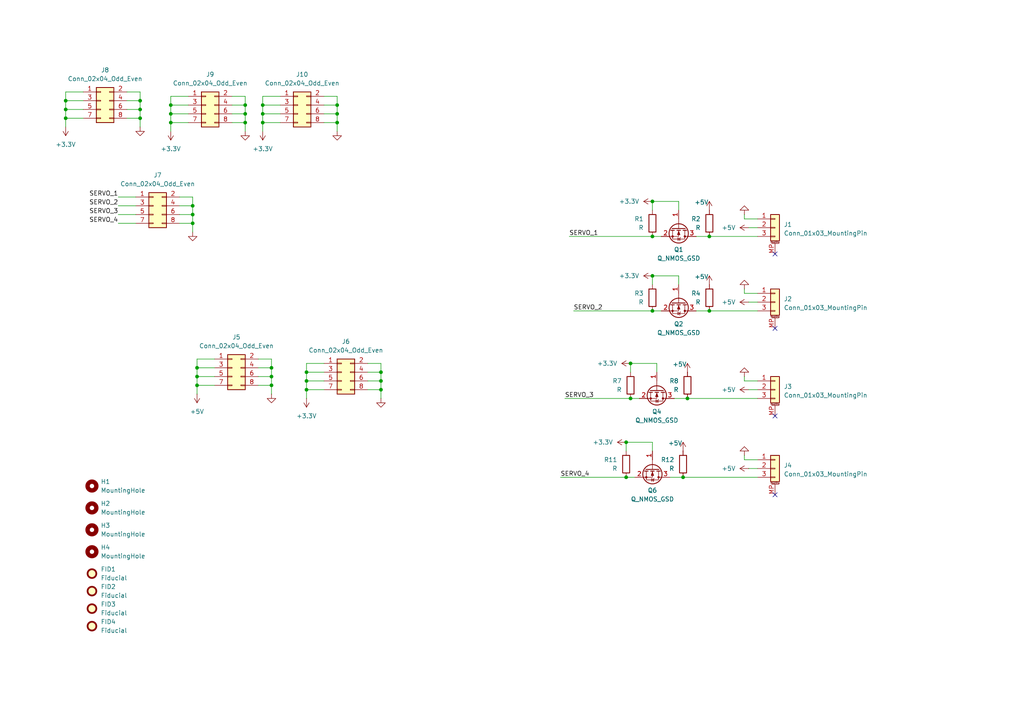
<source format=kicad_sch>
(kicad_sch (version 20231120) (generator "eeschema") (generator_version "8.0")
  (paper "A4")
  (lib_symbols
    (symbol "Connector_Generic:Conn_02x04_Odd_Even" (pin_names (offset 1.016) hide)
      (property "Reference" "J" (at 1.27 5.08 0))
      (property "Value" "Conn_02x04_Odd_Even" (at 1.27 -7.62 0))
      (symbol "Conn_02x04_Odd_Even_1_1"
        (rectangle (start -1.27 -4.953) (end 0 -5.207) (stroke (width 0.1524)))
        (rectangle (start -1.27 -2.413) (end 0 -2.667) (stroke (width 0.1524)))
        (rectangle (start -1.27 0.127) (end 0 -0.127) (stroke (width 0.1524)))
        (rectangle (start -1.27 2.667) (end 0 2.413) (stroke (width 0.1524)))
        (rectangle (start -1.27 3.81) (end 3.81 -6.35) (stroke (width 0.254)) (fill (type background)))
        (rectangle (start 3.81 -4.953) (end 2.54 -5.207) (stroke (width 0.1524)))
        (rectangle (start 3.81 -2.413) (end 2.54 -2.667) (stroke (width 0.1524)))
        (rectangle (start 3.81 0.127) (end 2.54 -0.127) (stroke (width 0.1524)))
        (rectangle (start 3.81 2.667) (end 2.54 2.413) (stroke (width 0.1524)))
        (pin passive line (at -5.08 2.54 0) (length 3.81) (name "Pin_1") (number "1"))
        (pin passive line (at 7.62 2.54 180) (length 3.81) (name "Pin_2") (number "2"))
        (pin passive line (at -5.08 0 0) (length 3.81) (name "Pin_3") (number "3"))
        (pin passive line (at 7.62 0 180) (length 3.81) (name "Pin_4") (number "4"))
        (pin passive line (at -5.08 -2.54 0) (length 3.81) (name "Pin_5") (number "5"))
        (pin passive line (at 7.62 -2.54 180) (length 3.81) (name "Pin_6") (number "6"))
        (pin passive line (at -5.08 -5.08 0) (length 3.81) (name "Pin_7") (number "7"))
        (pin passive line (at 7.62 -5.08 180) (length 3.81) (name "Pin_8") (number "8"))
      )
    )
    (symbol "Connector_Generic_MountingPin:Conn_01x03_MountingPin" (pin_names (offset 1.016) hide)
      (property "Reference" "J" (at 0 5.08 0))
      (property "Value" "Conn_01x03_MountingPin" (at 1.27 -5.08 0))
      (symbol "Conn_01x03_MountingPin_1_1"
        (rectangle (start -1.27 -2.413) (end 0 -2.667) (stroke (width 0.1524)))
        (rectangle (start -1.27 0.127) (end 0 -0.127) (stroke (width 0.1524)))
        (rectangle (start -1.27 2.667) (end 0 2.413) (stroke (width 0.1524)))
        (rectangle (start -1.27 3.81) (end 1.27 -3.81) (stroke (width 0.254)) (fill (type background)))
        (polyline (pts (xy -1.016 -4.572) (xy 1.016 -4.572)) (stroke (width 0.1524)))
        (text "Mounting" (at 0 -4.191 0) (effects (font (size 0.381 0.381))))
        (pin passive line (at -5.08 2.54 0) (length 3.81) (name "Pin_1") (number "1"))
        (pin passive line (at -5.08 0 0) (length 3.81) (name "Pin_2") (number "2"))
        (pin passive line (at -5.08 -2.54 0) (length 3.81) (name "Pin_3") (number "3"))
        (pin passive line (at 0 -7.62 90) (length 3.048) (name "MountPin") (number "MP"))
      )
    )
    (symbol "Device:Q_NMOS_GSD" (pin_names (offset 0) hide)
      (property "Reference" "Q" (at 5.08 1.27 0))
      (property "Value" "Q_NMOS_GSD" (at 5.08 -1.27 0))
      (symbol "Q_NMOS_GSD_0_1"
        (polyline (pts (xy 0.254 0) (xy -2.54 0)))
        (polyline (pts (xy 0.254 1.905) (xy 0.254 -1.905)) (stroke (width 0.254)))
        (polyline (pts (xy 0.762 -1.27) (xy 0.762 -2.286)) (stroke (width 0.254)))
        (polyline (pts (xy 0.762 0.508) (xy 0.762 -0.508)) (stroke (width 0.254)))
        (polyline (pts (xy 0.762 2.286) (xy 0.762 1.27)) (stroke (width 0.254)))
        (polyline (pts (xy 2.54 2.54) (xy 2.54 1.778)))
        (polyline (pts (xy 2.54 -2.54) (xy 2.54 0) (xy 0.762 0)))
        (polyline (pts (xy 0.762 -1.778) (xy 3.302 -1.778) (xy 3.302 1.778) (xy 0.762 1.778)))
        (polyline (pts (xy 1.016 0) (xy 2.032 0.381) (xy 2.032 -0.381) (xy 1.016 0)) (fill (type outline)))
        (polyline (pts (xy 2.794 0.508) (xy 2.921 0.381) (xy 3.683 0.381) (xy 3.81 0.254)))
        (polyline (pts (xy 3.302 0.381) (xy 2.921 -0.254) (xy 3.683 -0.254) (xy 3.302 0.381)))
        (circle (center 1.651 0) (radius 2.794) (stroke (width 0.254)))
        (circle (center 2.54 -1.778) (radius 0.254) (fill (type outline)))
        (circle (center 2.54 1.778) (radius 0.254) (fill (type outline)))
      )
      (symbol "Q_NMOS_GSD_1_1"
        (pin input line (at -5.08 0 0) (length 2.54) (name "G") (number "1"))
        (pin passive line (at 2.54 -5.08 90) (length 2.54) (name "S") (number "2"))
        (pin passive line (at 2.54 5.08 270) (length 2.54) (name "D") (number "3"))
      )
    )
    (symbol "Device:R" (pin_numbers hide) (pin_names (offset 0))
      (property "Reference" "R" (at 2.032 0 90))
      (property "Value" "R" (at 0 0 90))
      (symbol "R_0_1"
        (rectangle (start -1.016 -2.54) (end 1.016 2.54) (stroke (width 0.254)))
      )
      (symbol "R_1_1"
        (pin passive line (at 0 3.81 270) (length 1.27) (name "~") (number "1"))
        (pin passive line (at 0 -3.81 90) (length 1.27) (name "~") (number "2"))
      )
    )
    (symbol "Mechanical:Fiducial" (exclude_from_sim yes) (in_bom no)
      (property "Reference" "FID" (at 0 5.08 0))
      (property "Value" "Fiducial" (at 0 3.175 0))
      (symbol "Fiducial_0_1"
        (circle (center 0 0) (radius 1.27) (stroke (width 0.508)) (fill (type background)))
      )
    )
    (symbol "Mechanical:MountingHole" (pin_names (offset 1.016)) (exclude_from_sim yes) (in_bom no)
      (property "Reference" "H" (at 0 5.08 0))
      (property "Value" "MountingHole" (at 0 3.175 0))
      (symbol "MountingHole_0_1"
        (circle (center 0 0) (radius 1.27) (stroke (width 1.27)))
      )
    )
    (symbol "power:+3.3V" (power) (pin_numbers hide) (pin_names (offset 0) hide)
      (property "Value" "+3.3V" (at 0 3.556 0))
      (symbol "+3.3V_0_1"
        (polyline (pts (xy -0.762 1.27) (xy 0 2.54)))
        (polyline (pts (xy 0 0) (xy 0 2.54)))
        (polyline (pts (xy 0 2.54) (xy 0.762 1.27)))
      )
      (symbol "+3.3V_1_1"
        (pin power_in line (at 0 0 90) (length 0) (name "~") (number "1"))
      )
    )
    (symbol "power:+5V" (power) (pin_numbers hide) (pin_names (offset 0) hide)
      (property "Value" "+5V" (at 0 3.556 0))
      (symbol "+5V_0_1"
        (polyline (pts (xy -0.762 1.27) (xy 0 2.54)))
        (polyline (pts (xy 0 0) (xy 0 2.54)))
        (polyline (pts (xy 0 2.54) (xy 0.762 1.27)))
      )
      (symbol "+5V_1_1"
        (pin power_in line (at 0 0 90) (length 0) (name "~") (number "1"))
      )
    )
    (symbol "power:GND" (power) (pin_numbers hide) (pin_names (offset 0) hide)
      (property "Value" "GND" (at 0 -3.81 0))
      (symbol "GND_0_1"
        (polyline (pts (xy 0 0) (xy 0 -1.27) (xy 1.27 -1.27) (xy 0 -2.54) (xy -1.27 -1.27) (xy 0 -1.27)))
      )
      (symbol "GND_1_1"
        (pin power_in line (at 0 0 270) (length 0) (name "~") (number "1"))
      )
    )
  )
  (junction (at 19.05 34.29))
  (junction (at 88.9 110.49))
  (junction (at 55.88 64.77))
  (junction (at 78.74 111.76))
  (junction (at 189.23 58.42))
  (junction (at 49.53 33.02))
  (junction (at 76.2 33.02))
  (junction (at 40.64 29.21))
  (junction (at 189.23 90.17))
  (junction (at 78.74 109.22))
  (junction (at 189.23 80.01))
  (junction (at 97.79 33.02))
  (junction (at 182.88 115.57))
  (junction (at 88.9 113.03))
  (junction (at 76.2 35.56))
  (junction (at 55.88 59.69))
  (junction (at 40.64 31.75))
  (junction (at 57.15 111.76))
  (junction (at 19.05 29.21))
  (junction (at 205.74 90.17))
  (junction (at 49.53 30.48))
  (junction (at 19.05 31.75))
  (junction (at 49.53 35.56))
  (junction (at 71.12 35.56))
  (junction (at 78.74 106.68))
  (junction (at 110.49 113.03))
  (junction (at 198.12 138.43))
  (junction (at 205.74 68.58))
  (junction (at 57.15 109.22))
  (junction (at 76.2 30.48))
  (junction (at 97.79 35.56))
  (junction (at 57.15 106.68))
  (junction (at 199.39 115.57))
  (junction (at 71.12 33.02))
  (junction (at 40.64 34.29))
  (junction (at 71.12 30.48))
  (junction (at 181.61 138.43))
  (junction (at 189.23 68.58))
  (junction (at 182.88 105.41))
  (junction (at 55.88 62.23))
  (junction (at 110.49 107.95))
  (junction (at 110.49 110.49))
  (junction (at 97.79 30.48))
  (junction (at 88.9 107.95))
  (junction (at 181.61 128.27))
  (no_connect (at 224.79 143.51))
  (no_connect (at 224.79 95.25))
  (no_connect (at 224.79 120.65))
  (no_connect (at 224.79 73.66))
  (wire (pts (xy 106.68 110.49) (xy 110.49 110.49)))
  (wire (pts (xy 163.83 115.57) (xy 182.88 115.57)))
  (wire (pts (xy 196.85 58.42) (xy 196.85 60.96)))
  (wire (pts (xy 162.56 138.43) (xy 181.61 138.43)))
  (wire (pts (xy 205.74 90.17) (xy 219.71 90.17)))
  (wire (pts (xy 76.2 33.02) (xy 76.2 35.56)))
  (wire (pts (xy 88.9 105.41) (xy 88.9 107.95)))
  (wire (pts (xy 219.71 63.5) (xy 215.9 63.5)))
  (wire (pts (xy 78.74 111.76) (xy 78.74 114.3)))
  (wire (pts (xy 74.93 106.68) (xy 78.74 106.68)))
  (wire (pts (xy 55.88 62.23) (xy 55.88 64.77)))
  (wire (pts (xy 97.79 30.48) (xy 97.79 33.02)))
  (wire (pts (xy 97.79 35.56) (xy 97.79 38.1)))
  (wire (pts (xy 40.64 34.29) (xy 40.64 36.83)))
  (wire (pts (xy 196.85 58.42) (xy 189.23 58.42)))
  (wire (pts (xy 219.71 133.35) (xy 215.9 133.35)))
  (wire (pts (xy 76.2 30.48) (xy 76.2 33.02)))
  (wire (pts (xy 39.37 64.77) (xy 34.29 64.77)))
  (wire (pts (xy 19.05 26.67) (xy 19.05 29.21)))
  (wire (pts (xy 166.37 90.17) (xy 189.23 90.17)))
  (wire (pts (xy 205.74 68.58) (xy 219.71 68.58)))
  (wire (pts (xy 88.9 110.49) (xy 88.9 113.03)))
  (wire (pts (xy 93.98 33.02) (xy 97.79 33.02)))
  (wire (pts (xy 54.61 33.02) (xy 49.53 33.02)))
  (wire (pts (xy 93.98 35.56) (xy 97.79 35.56)))
  (wire (pts (xy 190.5 105.41) (xy 190.5 107.95)))
  (wire (pts (xy 189.23 60.96) (xy 189.23 58.42)))
  (wire (pts (xy 215.9 85.09) (xy 215.9 83.82)))
  (wire (pts (xy 110.49 110.49) (xy 110.49 113.03)))
  (wire (pts (xy 106.68 113.03) (xy 110.49 113.03)))
  (wire (pts (xy 19.05 34.29) (xy 19.05 36.83)))
  (wire (pts (xy 24.13 26.67) (xy 19.05 26.67)))
  (wire (pts (xy 215.9 133.35) (xy 215.9 132.08)))
  (wire (pts (xy 97.79 27.94) (xy 97.79 30.48)))
  (wire (pts (xy 24.13 29.21) (xy 19.05 29.21)))
  (wire (pts (xy 62.23 106.68) (xy 57.15 106.68)))
  (wire (pts (xy 217.17 87.63) (xy 219.71 87.63)))
  (wire (pts (xy 76.2 35.56) (xy 76.2 38.1)))
  (wire (pts (xy 67.31 33.02) (xy 71.12 33.02)))
  (wire (pts (xy 74.93 109.22) (xy 78.74 109.22)))
  (wire (pts (xy 189.23 128.27) (xy 189.23 130.81)))
  (wire (pts (xy 93.98 30.48) (xy 97.79 30.48)))
  (wire (pts (xy 93.98 107.95) (xy 88.9 107.95)))
  (wire (pts (xy 40.64 26.67) (xy 40.64 29.21)))
  (wire (pts (xy 57.15 109.22) (xy 57.15 111.76)))
  (wire (pts (xy 57.15 106.68) (xy 57.15 109.22)))
  (wire (pts (xy 78.74 109.22) (xy 78.74 111.76)))
  (wire (pts (xy 181.61 138.43) (xy 184.15 138.43)))
  (wire (pts (xy 165.1 68.58) (xy 189.23 68.58)))
  (wire (pts (xy 189.23 68.58) (xy 191.77 68.58)))
  (wire (pts (xy 52.07 62.23) (xy 55.88 62.23)))
  (wire (pts (xy 62.23 104.14) (xy 57.15 104.14)))
  (wire (pts (xy 93.98 113.03) (xy 88.9 113.03)))
  (wire (pts (xy 55.88 59.69) (xy 55.88 62.23)))
  (wire (pts (xy 36.83 34.29) (xy 40.64 34.29)))
  (wire (pts (xy 182.88 105.41) (xy 190.5 105.41)))
  (wire (pts (xy 71.12 27.94) (xy 71.12 30.48)))
  (wire (pts (xy 93.98 27.94) (xy 97.79 27.94)))
  (wire (pts (xy 67.31 27.94) (xy 71.12 27.94)))
  (wire (pts (xy 55.88 64.77) (xy 55.88 67.31)))
  (wire (pts (xy 106.68 105.41) (xy 110.49 105.41)))
  (wire (pts (xy 36.83 29.21) (xy 40.64 29.21)))
  (wire (pts (xy 199.39 115.57) (xy 219.71 115.57)))
  (wire (pts (xy 24.13 31.75) (xy 19.05 31.75)))
  (wire (pts (xy 54.61 27.94) (xy 49.53 27.94)))
  (wire (pts (xy 74.93 104.14) (xy 78.74 104.14)))
  (wire (pts (xy 52.07 59.69) (xy 55.88 59.69)))
  (wire (pts (xy 182.88 107.95) (xy 182.88 105.41)))
  (wire (pts (xy 36.83 26.67) (xy 40.64 26.67)))
  (wire (pts (xy 195.58 115.57) (xy 199.39 115.57)))
  (wire (pts (xy 67.31 35.56) (xy 71.12 35.56)))
  (wire (pts (xy 110.49 113.03) (xy 110.49 115.57)))
  (wire (pts (xy 36.83 31.75) (xy 40.64 31.75)))
  (wire (pts (xy 52.07 57.15) (xy 55.88 57.15)))
  (wire (pts (xy 106.68 107.95) (xy 110.49 107.95)))
  (wire (pts (xy 54.61 35.56) (xy 49.53 35.56)))
  (wire (pts (xy 57.15 111.76) (xy 57.15 114.3)))
  (wire (pts (xy 49.53 33.02) (xy 49.53 35.56)))
  (wire (pts (xy 201.93 90.17) (xy 205.74 90.17)))
  (wire (pts (xy 196.85 80.01) (xy 196.85 82.55)))
  (wire (pts (xy 52.07 64.77) (xy 55.88 64.77)))
  (wire (pts (xy 62.23 109.22) (xy 57.15 109.22)))
  (wire (pts (xy 198.12 138.43) (xy 194.31 138.43)))
  (wire (pts (xy 76.2 27.94) (xy 76.2 30.48)))
  (wire (pts (xy 215.9 110.49) (xy 215.9 109.22)))
  (wire (pts (xy 81.28 27.94) (xy 76.2 27.94)))
  (wire (pts (xy 88.9 113.03) (xy 88.9 115.57)))
  (wire (pts (xy 217.17 66.04) (xy 219.71 66.04)))
  (wire (pts (xy 57.15 104.14) (xy 57.15 106.68)))
  (wire (pts (xy 93.98 110.49) (xy 88.9 110.49)))
  (wire (pts (xy 81.28 35.56) (xy 76.2 35.56)))
  (wire (pts (xy 93.98 105.41) (xy 88.9 105.41)))
  (wire (pts (xy 88.9 107.95) (xy 88.9 110.49)))
  (wire (pts (xy 62.23 111.76) (xy 57.15 111.76)))
  (wire (pts (xy 81.28 33.02) (xy 76.2 33.02)))
  (wire (pts (xy 54.61 30.48) (xy 49.53 30.48)))
  (wire (pts (xy 181.61 130.81) (xy 181.61 128.27)))
  (wire (pts (xy 97.79 33.02) (xy 97.79 35.56)))
  (wire (pts (xy 219.71 85.09) (xy 215.9 85.09)))
  (wire (pts (xy 39.37 59.69) (xy 34.29 59.69)))
  (wire (pts (xy 110.49 105.41) (xy 110.49 107.95)))
  (wire (pts (xy 217.17 135.89) (xy 219.71 135.89)))
  (wire (pts (xy 196.85 80.01) (xy 189.23 80.01)))
  (wire (pts (xy 182.88 115.57) (xy 185.42 115.57)))
  (wire (pts (xy 189.23 82.55) (xy 189.23 80.01)))
  (wire (pts (xy 71.12 35.56) (xy 71.12 38.1)))
  (wire (pts (xy 19.05 31.75) (xy 19.05 34.29)))
  (wire (pts (xy 189.23 90.17) (xy 191.77 90.17)))
  (wire (pts (xy 74.93 111.76) (xy 78.74 111.76)))
  (wire (pts (xy 198.12 138.43) (xy 219.71 138.43)))
  (wire (pts (xy 40.64 31.75) (xy 40.64 34.29)))
  (wire (pts (xy 181.61 128.27) (xy 189.23 128.27)))
  (wire (pts (xy 71.12 33.02) (xy 71.12 35.56)))
  (wire (pts (xy 39.37 62.23) (xy 34.29 62.23)))
  (wire (pts (xy 40.64 29.21) (xy 40.64 31.75)))
  (wire (pts (xy 217.17 113.03) (xy 219.71 113.03)))
  (wire (pts (xy 110.49 107.95) (xy 110.49 110.49)))
  (wire (pts (xy 78.74 104.14) (xy 78.74 106.68)))
  (wire (pts (xy 67.31 30.48) (xy 71.12 30.48)))
  (wire (pts (xy 19.05 29.21) (xy 19.05 31.75)))
  (wire (pts (xy 201.93 68.58) (xy 205.74 68.58)))
  (wire (pts (xy 49.53 30.48) (xy 49.53 33.02)))
  (wire (pts (xy 49.53 35.56) (xy 49.53 38.1)))
  (wire (pts (xy 39.37 57.15) (xy 34.29 57.15)))
  (wire (pts (xy 71.12 30.48) (xy 71.12 33.02)))
  (wire (pts (xy 215.9 63.5) (xy 215.9 62.23)))
  (wire (pts (xy 24.13 34.29) (xy 19.05 34.29)))
  (wire (pts (xy 78.74 106.68) (xy 78.74 109.22)))
  (wire (pts (xy 81.28 30.48) (xy 76.2 30.48)))
  (wire (pts (xy 49.53 27.94) (xy 49.53 30.48)))
  (wire (pts (xy 219.71 110.49) (xy 215.9 110.49)))
  (wire (pts (xy 55.88 57.15) (xy 55.88 59.69)))
  (label "SERVO_2" (at 166.37 90.17 0))
  (label "SERVO_3" (at 163.83 115.57 0))
  (label "SERVO_1" (at 34.29 57.15 180))
  (label "SERVO_2" (at 34.29 59.69 180))
  (label "SERVO_3" (at 34.29 62.23 180))
  (label "SERVO_4" (at 34.29 64.77 180))
  (label "SERVO_1" (at 165.1 68.58 0))
  (label "SERVO_4" (at 162.56 138.43 0))
  (symbol (lib_id "power:+3.3V") (at 181.61 128.27 90) (mirror x) (unit 1)
    (property "Reference" "#PWR018" (effects (hide yes)))
    (property "Value" "+3.3V" (at 177.8 128.2699 90) (effects (justify left)))
    (property "Description" "Power symbol creates a global label with name \"+3.3V\"" (effects (hide yes)))
  )
  (symbol (lib_id "power:+5V") (at 205.74 60.96 0) (mirror y) (unit 1)
    (property "Reference" "#PWR08" (effects (hide yes)))
    (property "Value" "+5V" (at 203.454 58.674 0))
    (property "Description" "Power symbol creates a global label with name \"+5V\"" (effects (hide yes)))
  )
  (symbol (lib_id "Device:R") (at 205.74 86.36 0) (mirror x) (unit 1)
    (property "Reference" "R4" (at 203.2 85.0899 0) (effects (justify right)))
    (property "Value" "R" (at 203.2 87.6299 0) (effects (justify right)))
    (property "Footprint" "Resistor_SMD:R_0603_1608Metric_Pad0.98x0.95mm_HandSolder" (effects (hide yes)))
    (property "Description" "Resistor" (effects (hide yes)))
  )
  (symbol (lib_id "power:GND") (at 97.79 38.1 0) (unit 1)
    (property "Reference" "#PWR026" (effects (hide yes)))
    (property "Value" "GND" (effects (hide yes)))
    (property "Description" "Power symbol creates a global label with name \"GND\" , ground" (effects (hide yes)))
  )
  (symbol (lib_id "power:+3.3V") (at 88.9 115.57 180) (unit 1)
    (property "Reference" "#PWR016" (effects (hide yes)))
    (property "Value" "+3.3V" (at 88.9 120.65 0))
    (property "Description" "Power symbol creates a global label with name \"+3.3V\"" (effects (hide yes)))
  )
  (symbol (lib_id "power:GND") (at 78.74 114.3 0) (unit 1)
    (property "Reference" "#PWR015" (effects (hide yes)))
    (property "Value" "GND" (effects (hide yes)))
    (property "Description" "Power symbol creates a global label with name \"GND\" , ground" (effects (hide yes)))
  )
  (symbol (lib_id "power:+3.3V") (at 182.88 105.41 90) (mirror x) (unit 1)
    (property "Reference" "#PWR010" (effects (hide yes)))
    (property "Value" "+3.3V" (at 179.07 105.4099 90) (effects (justify left)))
    (property "Description" "Power symbol creates a global label with name \"+3.3V\"" (effects (hide yes)))
  )
  (symbol (lib_id "power:+5V") (at 217.17 135.89 90) (unit 1)
    (property "Reference" "#PWR022" (effects (hide yes)))
    (property "Value" "+5V" (at 211.328 135.89 90))
    (property "Description" "Power symbol creates a global label with name \"+5V\"" (effects (hide yes)))
  )
  (symbol (lib_id "power:+3.3V") (at 76.2 38.1 180) (unit 1)
    (property "Reference" "#PWR025" (effects (hide yes)))
    (property "Value" "+3.3V" (at 76.2 43.18 0))
    (property "Description" "Power symbol creates a global label with name \"+3.3V\"" (effects (hide yes)))
  )
  (symbol (lib_id "power:+5V") (at 198.12 130.81 0) (mirror y) (unit 1)
    (property "Reference" "#PWR020" (effects (hide yes)))
    (property "Value" "+5V" (at 195.834 128.524 0))
    (property "Description" "Power symbol creates a global label with name \"+5V\"" (effects (hide yes)))
  )
  (symbol (lib_id "Connector_Generic_MountingPin:Conn_01x03_MountingPin") (at 224.79 113.03 0) (unit 1)
    (property "Reference" "J3" (at 227.33 112.1155 0) (effects (justify left)))
    (property "Value" "Conn_01x03_MountingPin" (at 227.33 114.6555 0) (effects (justify left)))
    (property "Footprint" "Connector_JST:JST_GH_SM03B-GHS-TB_1x03-1MP_P1.25mm_Horizontal" (effects (hide yes)))
    (property "Description" "Generic connectable mounting pin connector, single row, 01x03, script generated (kicad-library-utils/schlib/autogen/connector/)" (effects (hide yes)))
  )
  (symbol (lib_id "power:+3.3V") (at 19.05 36.83 180) (unit 1)
    (property "Reference" "#PWR019" (effects (hide yes)))
    (property "Value" "+3.3V" (at 19.05 41.91 0))
    (property "Description" "Power symbol creates a global label with name \"+3.3V\"" (effects (hide yes)))
  )
  (symbol (lib_id "Device:R") (at 189.23 64.77 0) (mirror x) (unit 1)
    (property "Reference" "R1" (at 186.69 63.4999 0) (effects (justify right)))
    (property "Value" "R" (at 186.69 66.0399 0) (effects (justify right)))
    (property "Footprint" "Resistor_SMD:R_0603_1608Metric_Pad0.98x0.95mm_HandSolder" (effects (hide yes)))
    (property "Description" "Resistor" (effects (hide yes)))
  )
  (symbol (lib_id "Device:Q_NMOS_GSD") (at 190.5 113.03 270) (unit 1)
    (property "Reference" "Q4" (at 190.5 119.38 90))
    (property "Value" "Q_NMOS_GSD" (at 190.5 121.92 90))
    (property "Footprint" "Package_TO_SOT_SMD:SOT-23-3" (effects (hide yes)))
    (property "Description" "N-MOSFET transistor, gate/source/drain" (effects (hide yes)))
  )
  (symbol (lib_id "Connector_Generic:Conn_02x04_Odd_Even") (at 59.69 30.48 0) (unit 1)
    (property "Reference" "J9" (at 60.96 21.59 0))
    (property "Value" "Conn_02x04_Odd_Even" (at 60.96 24.13 0))
    (property "Footprint" "Connector_PinSocket_2.54mm:PinSocket_2x04_P2.54mm_Vertical_SMD" (effects (hide yes)))
    (property "Description" "Generic connector, double row, 02x04, odd/even pin numbering scheme (row 1 odd numbers, row 2 even numbers), script generated (kicad-library-utils/schlib/autogen/connector/)" (effects (hide yes)))
  )
  (symbol (lib_id "power:GND") (at 215.9 109.22 180) (unit 1)
    (property "Reference" "#PWR07" (effects (hide yes)))
    (property "Value" "GND" (effects (hide yes)))
    (property "Description" "Power symbol creates a global label with name \"GND\" , ground" (effects (hide yes)))
  )
  (symbol (lib_id "Mechanical:Fiducial") (at 26.67 181.61 0) (unit 1) (exclude_from_sim yes) (in_bom no)
    (property "Reference" "FID4" (at 29.21 180.3399 0) (effects (justify left)))
    (property "Value" "Fiducial" (at 29.21 182.8799 0) (effects (justify left)))
    (property "Footprint" "Fiducial:Fiducial_0.5mm_Mask1mm" (effects (hide yes)))
    (property "Description" "Fiducial Marker" (effects (hide yes)))
  )
  (symbol (lib_id "Device:Q_NMOS_GSD") (at 189.23 135.89 270) (unit 1)
    (property "Reference" "Q6" (at 189.23 142.24 90))
    (property "Value" "Q_NMOS_GSD" (at 189.23 144.78 90))
    (property "Footprint" "Package_TO_SOT_SMD:SOT-23-3" (effects (hide yes)))
    (property "Description" "N-MOSFET transistor, gate/source/drain" (effects (hide yes)))
  )
  (symbol (lib_id "Mechanical:MountingHole") (at 26.67 147.32 0) (unit 1) (exclude_from_sim yes) (in_bom no)
    (property "Reference" "H2" (at 29.21 146.0499 0) (effects (justify left)))
    (property "Value" "MountingHole" (at 29.21 148.5899 0) (effects (justify left)))
    (property "Footprint" "MountingHole:MountingHole_2.2mm_M2" (effects (hide yes)))
    (property "Description" "Mounting Hole without connection" (effects (hide yes)))
  )
  (symbol (lib_id "power:GND") (at 215.9 62.23 180) (unit 1)
    (property "Reference" "#PWR013" (effects (hide yes)))
    (property "Value" "GND" (effects (hide yes)))
    (property "Description" "Power symbol creates a global label with name \"GND\" , ground" (effects (hide yes)))
  )
  (symbol (lib_id "Device:R") (at 189.23 86.36 0) (mirror x) (unit 1)
    (property "Reference" "R3" (at 186.69 85.0899 0) (effects (justify right)))
    (property "Value" "R" (at 186.69 87.6299 0) (effects (justify right)))
    (property "Footprint" "Resistor_SMD:R_0603_1608Metric_Pad0.98x0.95mm_HandSolder" (effects (hide yes)))
    (property "Description" "Resistor" (effects (hide yes)))
  )
  (symbol (lib_id "power:+5V") (at 205.74 82.55 0) (mirror y) (unit 1)
    (property "Reference" "#PWR04" (effects (hide yes)))
    (property "Value" "+5V" (at 203.454 80.264 0))
    (property "Description" "Power symbol creates a global label with name \"+5V\"" (effects (hide yes)))
  )
  (symbol (lib_id "Device:R") (at 182.88 111.76 0) (mirror x) (unit 1)
    (property "Reference" "R7" (at 180.34 110.4899 0) (effects (justify right)))
    (property "Value" "R" (at 180.34 113.0299 0) (effects (justify right)))
    (property "Footprint" "Resistor_SMD:R_0603_1608Metric_Pad0.98x0.95mm_HandSolder" (effects (hide yes)))
    (property "Description" "Resistor" (effects (hide yes)))
  )
  (symbol (lib_id "Connector_Generic:Conn_02x04_Odd_Even") (at 29.21 29.21 0) (unit 1)
    (property "Reference" "J8" (at 30.48 20.32 0))
    (property "Value" "Conn_02x04_Odd_Even" (at 30.48 22.86 0))
    (property "Footprint" "Connector_PinSocket_2.54mm:PinSocket_2x04_P2.54mm_Vertical_SMD" (effects (hide yes)))
    (property "Description" "Generic connector, double row, 02x04, odd/even pin numbering scheme (row 1 odd numbers, row 2 even numbers), script generated (kicad-library-utils/schlib/autogen/connector/)" (effects (hide yes)))
  )
  (symbol (lib_id "Connector_Generic:Conn_02x04_Odd_Even") (at 99.06 107.95 0) (unit 1)
    (property "Reference" "J6" (at 100.33 99.06 0))
    (property "Value" "Conn_02x04_Odd_Even" (at 100.33 101.6 0))
    (property "Footprint" "Connector_PinSocket_2.54mm:PinSocket_2x04_P2.54mm_Vertical_SMD" (effects (hide yes)))
    (property "Description" "Generic connector, double row, 02x04, odd/even pin numbering scheme (row 1 odd numbers, row 2 even numbers), script generated (kicad-library-utils/schlib/autogen/connector/)" (effects (hide yes)))
  )
  (symbol (lib_id "Mechanical:Fiducial") (at 26.67 171.45 0) (unit 1) (exclude_from_sim yes) (in_bom no)
    (property "Reference" "FID2" (at 29.21 170.1799 0) (effects (justify left)))
    (property "Value" "Fiducial" (at 29.21 172.7199 0) (effects (justify left)))
    (property "Footprint" "Fiducial:Fiducial_0.5mm_Mask1mm" (effects (hide yes)))
    (property "Description" "Fiducial Marker" (effects (hide yes)))
  )
  (symbol (lib_id "power:+5V") (at 57.15 114.3 180) (unit 1)
    (property "Reference" "#PWR014" (effects (hide yes)))
    (property "Value" "+5V" (at 57.15 119.38 0))
    (property "Description" "Power symbol creates a global label with name \"+5V\"" (effects (hide yes)))
  )
  (symbol (lib_id "power:GND") (at 71.12 38.1 0) (unit 1)
    (property "Reference" "#PWR024" (effects (hide yes)))
    (property "Value" "GND" (effects (hide yes)))
    (property "Description" "Power symbol creates a global label with name \"GND\" , ground" (effects (hide yes)))
  )
  (symbol (lib_id "power:+5V") (at 217.17 113.03 90) (unit 1)
    (property "Reference" "#PWR01" (effects (hide yes)))
    (property "Value" "+5V" (at 211.328 113.03 90))
    (property "Description" "Power symbol creates a global label with name \"+5V\"" (effects (hide yes)))
  )
  (symbol (lib_id "Connector_Generic:Conn_02x04_Odd_Even") (at 86.36 30.48 0) (unit 1)
    (property "Reference" "J10" (at 87.63 21.59 0))
    (property "Value" "Conn_02x04_Odd_Even" (at 87.63 24.13 0))
    (property "Footprint" "Connector_PinSocket_2.54mm:PinSocket_2x04_P2.54mm_Vertical_SMD" (effects (hide yes)))
    (property "Description" "Generic connector, double row, 02x04, odd/even pin numbering scheme (row 1 odd numbers, row 2 even numbers), script generated (kicad-library-utils/schlib/autogen/connector/)" (effects (hide yes)))
  )
  (symbol (lib_id "Device:R") (at 199.39 111.76 0) (mirror x) (unit 1)
    (property "Reference" "R8" (at 196.85 110.4899 0) (effects (justify right)))
    (property "Value" "R" (at 196.85 113.0299 0) (effects (justify right)))
    (property "Footprint" "Resistor_SMD:R_0603_1608Metric_Pad0.98x0.95mm_HandSolder" (effects (hide yes)))
    (property "Description" "Resistor" (effects (hide yes)))
  )
  (symbol (lib_id "Mechanical:MountingHole") (at 26.67 153.67 0) (unit 1) (exclude_from_sim yes) (in_bom no)
    (property "Reference" "H3" (at 29.21 152.3999 0) (effects (justify left)))
    (property "Value" "MountingHole" (at 29.21 154.9399 0) (effects (justify left)))
    (property "Footprint" "MountingHole:MountingHole_2.2mm_M2" (effects (hide yes)))
    (property "Description" "Mounting Hole without connection" (effects (hide yes)))
  )
  (symbol (lib_id "Device:R") (at 205.74 64.77 0) (mirror x) (unit 1)
    (property "Reference" "R2" (at 203.2 63.4999 0) (effects (justify right)))
    (property "Value" "R" (at 203.2 66.0399 0) (effects (justify right)))
    (property "Footprint" "Resistor_SMD:R_0603_1608Metric_Pad0.98x0.95mm_HandSolder" (effects (hide yes)))
    (property "Description" "Resistor" (effects (hide yes)))
  )
  (symbol (lib_id "Device:R") (at 198.12 134.62 0) (mirror x) (unit 1)
    (property "Reference" "R12" (at 195.58 133.3499 0) (effects (justify right)))
    (property "Value" "R" (at 195.58 135.8899 0) (effects (justify right)))
    (property "Footprint" "Resistor_SMD:R_0603_1608Metric_Pad0.98x0.95mm_HandSolder" (effects (hide yes)))
    (property "Description" "Resistor" (effects (hide yes)))
  )
  (symbol (lib_id "Mechanical:Fiducial") (at 26.67 166.37 0) (unit 1) (exclude_from_sim yes) (in_bom no)
    (property "Reference" "FID1" (at 29.21 165.0999 0) (effects (justify left)))
    (property "Value" "Fiducial" (at 29.21 167.6399 0) (effects (justify left)))
    (property "Footprint" "Fiducial:Fiducial_0.5mm_Mask1mm" (effects (hide yes)))
    (property "Description" "Fiducial Marker" (effects (hide yes)))
  )
  (symbol (lib_id "Connector_Generic:Conn_02x04_Odd_Even") (at 67.31 106.68 0) (unit 1)
    (property "Reference" "J5" (at 68.58 97.79 0))
    (property "Value" "Conn_02x04_Odd_Even" (at 68.58 100.33 0))
    (property "Footprint" "Connector_PinSocket_2.54mm:PinSocket_2x04_P2.54mm_Vertical_SMD" (effects (hide yes)))
    (property "Description" "Generic connector, double row, 02x04, odd/even pin numbering scheme (row 1 odd numbers, row 2 even numbers), script generated (kicad-library-utils/schlib/autogen/connector/)" (effects (hide yes)))
  )
  (symbol (lib_id "power:GND") (at 55.88 67.31 0) (unit 1)
    (property "Reference" "#PWR028" (effects (hide yes)))
    (property "Value" "GND" (effects (hide yes)))
    (property "Description" "Power symbol creates a global label with name \"GND\" , ground" (effects (hide yes)))
  )
  (symbol (lib_id "Connector_Generic:Conn_02x04_Odd_Even") (at 44.45 59.69 0) (unit 1)
    (property "Reference" "J7" (at 45.72 50.8 0))
    (property "Value" "Conn_02x04_Odd_Even" (at 45.72 53.34 0))
    (property "Footprint" "Connector_PinSocket_2.54mm:PinSocket_2x04_P2.54mm_Vertical_SMD" (effects (hide yes)))
    (property "Description" "Generic connector, double row, 02x04, odd/even pin numbering scheme (row 1 odd numbers, row 2 even numbers), script generated (kicad-library-utils/schlib/autogen/connector/)" (effects (hide yes)))
  )
  (symbol (lib_id "Device:Q_NMOS_GSD") (at 196.85 87.63 270) (unit 1)
    (property "Reference" "Q2" (at 196.85 93.98 90))
    (property "Value" "Q_NMOS_GSD" (at 196.85 96.52 90))
    (property "Footprint" "Package_TO_SOT_SMD:SOT-23-3" (effects (hide yes)))
    (property "Description" "N-MOSFET transistor, gate/source/drain" (effects (hide yes)))
  )
  (symbol (lib_id "Mechanical:MountingHole") (at 26.67 160.02 0) (unit 1) (exclude_from_sim yes) (in_bom no)
    (property "Reference" "H4" (at 29.21 158.7499 0) (effects (justify left)))
    (property "Value" "MountingHole" (at 29.21 161.2899 0) (effects (justify left)))
    (property "Footprint" "MountingHole:MountingHole_2.2mm_M2" (effects (hide yes)))
    (property "Description" "Mounting Hole without connection" (effects (hide yes)))
  )
  (symbol (lib_id "power:GND") (at 40.64 36.83 0) (unit 1)
    (property "Reference" "#PWR021" (effects (hide yes)))
    (property "Value" "GND" (effects (hide yes)))
    (property "Description" "Power symbol creates a global label with name \"GND\" , ground" (effects (hide yes)))
  )
  (symbol (lib_id "power:GND") (at 215.9 132.08 180) (unit 1)
    (property "Reference" "#PWR09" (effects (hide yes)))
    (property "Value" "GND" (effects (hide yes)))
    (property "Description" "Power symbol creates a global label with name \"GND\" , ground" (effects (hide yes)))
  )
  (symbol (lib_id "Device:R") (at 181.61 134.62 0) (mirror x) (unit 1)
    (property "Reference" "R11" (at 179.07 133.3499 0) (effects (justify right)))
    (property "Value" "R" (at 179.07 135.8899 0) (effects (justify right)))
    (property "Footprint" "Resistor_SMD:R_0603_1608Metric_Pad0.98x0.95mm_HandSolder" (effects (hide yes)))
    (property "Description" "Resistor" (effects (hide yes)))
  )
  (symbol (lib_id "Connector_Generic_MountingPin:Conn_01x03_MountingPin") (at 224.79 87.63 0) (unit 1)
    (property "Reference" "J2" (at 227.33 86.7155 0) (effects (justify left)))
    (property "Value" "Conn_01x03_MountingPin" (at 227.33 89.2555 0) (effects (justify left)))
    (property "Footprint" "Connector_JST:JST_GH_SM03B-GHS-TB_1x03-1MP_P1.25mm_Horizontal" (effects (hide yes)))
    (property "Description" "Generic connectable mounting pin connector, single row, 01x03, script generated (kicad-library-utils/schlib/autogen/connector/)" (effects (hide yes)))
  )
  (symbol (lib_id "Mechanical:Fiducial") (at 26.67 176.53 0) (unit 1) (exclude_from_sim yes) (in_bom no)
    (property "Reference" "FID3" (at 29.21 175.2599 0) (effects (justify left)))
    (property "Value" "Fiducial" (at 29.21 177.7999 0) (effects (justify left)))
    (property "Footprint" "Fiducial:Fiducial_0.5mm_Mask1mm" (effects (hide yes)))
    (property "Description" "Fiducial Marker" (effects (hide yes)))
  )
  (symbol (lib_id "Device:Q_NMOS_GSD") (at 196.85 66.04 270) (unit 1)
    (property "Reference" "Q1" (at 196.85 72.39 90))
    (property "Value" "Q_NMOS_GSD" (at 196.85 74.93 90))
    (property "Footprint" "Package_TO_SOT_SMD:SOT-23-3" (effects (hide yes)))
    (property "Description" "N-MOSFET transistor, gate/source/drain" (effects (hide yes)))
  )
  (symbol (lib_id "power:+3.3V") (at 49.53 38.1 180) (unit 1)
    (property "Reference" "#PWR023" (effects (hide yes)))
    (property "Value" "+3.3V" (at 49.53 43.18 0))
    (property "Description" "Power symbol creates a global label with name \"+3.3V\"" (effects (hide yes)))
  )
  (symbol (lib_id "Connector_Generic_MountingPin:Conn_01x03_MountingPin") (at 224.79 135.89 0) (unit 1)
    (property "Reference" "J4" (at 227.33 134.9755 0) (effects (justify left)))
    (property "Value" "Conn_01x03_MountingPin" (at 227.33 137.5155 0) (effects (justify left)))
    (property "Footprint" "Connector_JST:JST_GH_SM03B-GHS-TB_1x03-1MP_P1.25mm_Horizontal" (effects (hide yes)))
    (property "Description" "Generic connectable mounting pin connector, single row, 01x03, script generated (kicad-library-utils/schlib/autogen/connector/)" (effects (hide yes)))
  )
  (symbol (lib_id "Connector_Generic_MountingPin:Conn_01x03_MountingPin") (at 224.79 66.04 0) (unit 1)
    (property "Reference" "J1" (at 227.33 65.1255 0) (effects (justify left)))
    (property "Value" "Conn_01x03_MountingPin" (at 227.33 67.6655 0) (effects (justify left)))
    (property "Footprint" "Connector_JST:JST_GH_SM03B-GHS-TB_1x03-1MP_P1.25mm_Horizontal" (effects (hide yes)))
    (property "Description" "Generic connectable mounting pin connector, single row, 01x03, script generated (kicad-library-utils/schlib/autogen/connector/)" (effects (hide yes)))
  )
  (symbol (lib_id "power:+5V") (at 217.17 66.04 90) (unit 1)
    (property "Reference" "#PWR05" (effects (hide yes)))
    (property "Value" "+5V" (at 211.328 66.04 90))
    (property "Description" "Power symbol creates a global label with name \"+5V\"" (effects (hide yes)))
  )
  (symbol (lib_id "power:GND") (at 110.49 115.57 0) (unit 1)
    (property "Reference" "#PWR017" (effects (hide yes)))
    (property "Value" "GND" (effects (hide yes)))
    (property "Description" "Power symbol creates a global label with name \"GND\" , ground" (effects (hide yes)))
  )
  (symbol (lib_id "power:+3.3V") (at 189.23 58.42 90) (mirror x) (unit 1)
    (property "Reference" "#PWR06" (effects (hide yes)))
    (property "Value" "+3.3V" (at 185.42 58.4199 90) (effects (justify left)))
    (property "Description" "Power symbol creates a global label with name \"+3.3V\"" (effects (hide yes)))
  )
  (symbol (lib_id "Mechanical:MountingHole") (at 26.67 140.97 0) (unit 1) (exclude_from_sim yes) (in_bom no)
    (property "Reference" "H1" (at 29.21 139.6999 0) (effects (justify left)))
    (property "Value" "MountingHole" (at 29.21 142.2399 0) (effects (justify left)))
    (property "Footprint" "MountingHole:MountingHole_2.2mm_M2" (effects (hide yes)))
    (property "Description" "Mounting Hole without connection" (effects (hide yes)))
  )
  (symbol (lib_id "power:+3.3V") (at 189.23 80.01 90) (mirror x) (unit 1)
    (property "Reference" "#PWR02" (effects (hide yes)))
    (property "Value" "+3.3V" (at 185.42 80.0099 90) (effects (justify left)))
    (property "Description" "Power symbol creates a global label with name \"+3.3V\"" (effects (hide yes)))
  )
  (symbol (lib_id "power:GND") (at 215.9 83.82 180) (unit 1)
    (property "Reference" "#PWR011" (effects (hide yes)))
    (property "Value" "GND" (effects (hide yes)))
    (property "Description" "Power symbol creates a global label with name \"GND\" , ground" (effects (hide yes)))
  )
  (symbol (lib_id "power:+5V") (at 199.39 107.95 0) (mirror y) (unit 1)
    (property "Reference" "#PWR012" (effects (hide yes)))
    (property "Value" "+5V" (at 197.104 105.664 0))
    (property "Description" "Power symbol creates a global label with name \"+5V\"" (effects (hide yes)))
  )
  (symbol (lib_id "power:+5V") (at 217.17 87.63 90) (unit 1)
    (property "Reference" "#PWR03" (effects (hide yes)))
    (property "Value" "+5V" (at 211.328 87.63 90))
    (property "Description" "Power symbol creates a global label with name \"+5V\"" (effects (hide yes)))
  )
)
</source>
